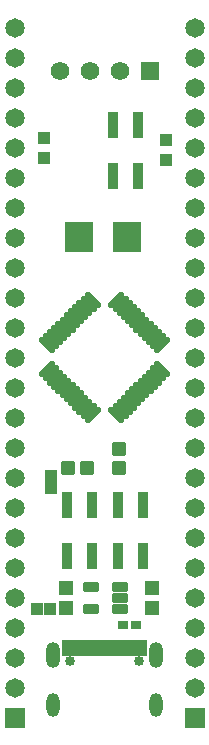
<source format=gbr>
%TF.GenerationSoftware,Altium Limited,Altium Designer,22.10.1 (41)*%
G04 Layer_Color=8388736*
%FSLAX45Y45*%
%MOMM*%
%TF.SameCoordinates,F1D13F34-3715-448E-B12D-83C564530F5A*%
%TF.FilePolarity,Negative*%
%TF.FileFunction,Soldermask,Top*%
%TF.Part,Single*%
G01*
G75*
%TA.AperFunction,SMDPad,CuDef*%
%ADD39R,1.20320X1.30320*%
%ADD41R,1.00320X1.00320*%
G04:AMPARAMS|DCode=42|XSize=1.1432mm|YSize=1.2232mm|CornerRadius=0.1956mm|HoleSize=0mm|Usage=FLASHONLY|Rotation=0.000|XOffset=0mm|YOffset=0mm|HoleType=Round|Shape=RoundedRectangle|*
%AMROUNDEDRECTD42*
21,1,1.14320,0.83200,0,0,0.0*
21,1,0.75200,1.22320,0,0,0.0*
1,1,0.39120,0.37600,-0.41600*
1,1,0.39120,-0.37600,-0.41600*
1,1,0.39120,-0.37600,0.41600*
1,1,0.39120,0.37600,0.41600*
%
%ADD42ROUNDEDRECTD42*%
G04:AMPARAMS|DCode=47|XSize=1.1432mm|YSize=1.2232mm|CornerRadius=0.1956mm|HoleSize=0mm|Usage=FLASHONLY|Rotation=90.000|XOffset=0mm|YOffset=0mm|HoleType=Round|Shape=RoundedRectangle|*
%AMROUNDEDRECTD47*
21,1,1.14320,0.83200,0,0,90.0*
21,1,0.75200,1.22320,0,0,90.0*
1,1,0.39120,0.41600,0.37600*
1,1,0.39120,0.41600,-0.37600*
1,1,0.39120,-0.41600,-0.37600*
1,1,0.39120,-0.41600,0.37600*
%
%ADD47ROUNDEDRECTD47*%
%TA.AperFunction,ComponentPad*%
%ADD48R,1.65120X1.65120*%
%ADD49C,1.65120*%
%ADD50O,1.20320X2.20320*%
%ADD51O,1.10320X2.00320*%
%ADD52C,0.85320*%
%ADD53C,1.57320*%
%ADD54R,1.57320X1.57320*%
%TA.AperFunction,ViaPad*%
%ADD55C,0.65320*%
%TA.AperFunction,SMDPad,CuDef*%
%ADD56R,2.40320X2.60320*%
G04:AMPARAMS|DCode=57|XSize=0.8732mm|YSize=1.3732mm|CornerRadius=0.1418mm|HoleSize=0mm|Usage=FLASHONLY|Rotation=90.000|XOffset=0mm|YOffset=0mm|HoleType=Round|Shape=RoundedRectangle|*
%AMROUNDEDRECTD57*
21,1,0.87320,1.08960,0,0,90.0*
21,1,0.58960,1.37320,0,0,90.0*
1,1,0.28360,0.54480,0.29480*
1,1,0.28360,0.54480,-0.29480*
1,1,0.28360,-0.54480,-0.29480*
1,1,0.28360,-0.54480,0.29480*
%
%ADD57ROUNDEDRECTD57*%
%TA.AperFunction,ConnectorPad*%
%ADD58R,0.50320X1.34320*%
%TA.AperFunction,SMDPad,CuDef*%
%ADD59R,0.90320X0.70320*%
G04:AMPARAMS|DCode=60|XSize=1.6932mm|YSize=0.4832mm|CornerRadius=0.1366mm|HoleSize=0mm|Usage=FLASHONLY|Rotation=315.000|XOffset=0mm|YOffset=0mm|HoleType=Round|Shape=RoundedRectangle|*
%AMROUNDEDRECTD60*
21,1,1.69320,0.21000,0,0,315.0*
21,1,1.42000,0.48320,0,0,315.0*
1,1,0.27320,0.42780,-0.57629*
1,1,0.27320,-0.57629,0.42780*
1,1,0.27320,-0.42780,0.57629*
1,1,0.27320,0.57629,-0.42780*
%
%ADD60ROUNDEDRECTD60*%
G04:AMPARAMS|DCode=61|XSize=1.6932mm|YSize=0.4832mm|CornerRadius=0.1366mm|HoleSize=0mm|Usage=FLASHONLY|Rotation=45.000|XOffset=0mm|YOffset=0mm|HoleType=Round|Shape=RoundedRectangle|*
%AMROUNDEDRECTD61*
21,1,1.69320,0.21000,0,0,45.0*
21,1,1.42000,0.48320,0,0,45.0*
1,1,0.27320,0.57629,0.42780*
1,1,0.27320,-0.42780,-0.57629*
1,1,0.27320,-0.57629,-0.42780*
1,1,0.27320,0.42780,0.57629*
%
%ADD61ROUNDEDRECTD61*%
%ADD62R,0.85320X2.20320*%
D39*
X4417700Y2490700D02*
D03*
Y2320700D02*
D03*
X3685200Y2490700D02*
D03*
Y2320700D02*
D03*
D41*
X3547500Y2315000D02*
D03*
X3557500Y3437500D02*
D03*
X3442500Y2315000D02*
D03*
X3504425Y6132249D02*
D03*
Y6297249D02*
D03*
X4536923Y6117250D02*
D03*
Y6282250D02*
D03*
X3557500Y3335000D02*
D03*
D42*
X3706002Y3510002D02*
D03*
X3864002D02*
D03*
D47*
X4135998D02*
D03*
Y3668002D02*
D03*
D48*
X4777000Y1395000D02*
D03*
X3253000Y1395000D02*
D03*
D49*
X4777000Y1649000D02*
D03*
Y1903000D02*
D03*
Y2157000D02*
D03*
Y2411000D02*
D03*
Y2665000D02*
D03*
Y2919000D02*
D03*
Y3173000D02*
D03*
Y3427000D02*
D03*
Y3681000D02*
D03*
Y3935000D02*
D03*
Y4189000D02*
D03*
Y4443000D02*
D03*
Y4697000D02*
D03*
Y4951000D02*
D03*
Y5205000D02*
D03*
Y5459000D02*
D03*
Y5713000D02*
D03*
Y5967000D02*
D03*
Y6221000D02*
D03*
Y6475000D02*
D03*
Y6729000D02*
D03*
Y6983000D02*
D03*
Y7237000D02*
D03*
X3253000Y1649000D02*
D03*
Y1903000D02*
D03*
Y2157000D02*
D03*
Y2411000D02*
D03*
Y2665000D02*
D03*
Y2919000D02*
D03*
Y3173000D02*
D03*
Y3427000D02*
D03*
Y3681000D02*
D03*
Y3935000D02*
D03*
Y4189000D02*
D03*
Y4443000D02*
D03*
Y4697000D02*
D03*
Y4951000D02*
D03*
Y5205000D02*
D03*
Y5459000D02*
D03*
Y5713000D02*
D03*
Y5967000D02*
D03*
Y6221000D02*
D03*
Y6475000D02*
D03*
Y6729000D02*
D03*
Y6983000D02*
D03*
Y7237000D02*
D03*
D50*
X4447500Y1920000D02*
D03*
X3580700Y1921600D02*
D03*
D51*
X4445700Y1503600D02*
D03*
X3580700D02*
D03*
D52*
X4302200Y1873600D02*
D03*
X3724200D02*
D03*
D53*
X3634501Y6872500D02*
D03*
X3888501D02*
D03*
X4142501D02*
D03*
D54*
X4396501D02*
D03*
D55*
X4535000Y6292500D02*
D03*
X4135998Y3510002D02*
D03*
X3504425Y6297248D02*
D03*
X3894300Y2502300D02*
D03*
D56*
X4199698Y5467099D02*
D03*
X3799698D02*
D03*
D57*
X4146500Y2312000D02*
D03*
Y2406000D02*
D03*
Y2500000D02*
D03*
X3902500D02*
D03*
Y2312000D02*
D03*
D58*
X3938200Y1980600D02*
D03*
X3888200D02*
D03*
X3988200D02*
D03*
X4348200D02*
D03*
X4318200D02*
D03*
X4268200D02*
D03*
X4238200D02*
D03*
X4188200D02*
D03*
X4138200D02*
D03*
X4088200D02*
D03*
X4038200D02*
D03*
X3678200D02*
D03*
X3708200D02*
D03*
X3758200D02*
D03*
X3788200D02*
D03*
X3838200D02*
D03*
D59*
X4280900Y2176200D02*
D03*
X4170900D02*
D03*
D60*
X3700981Y4721433D02*
D03*
X3559560Y4580012D02*
D03*
X3594915Y4615367D02*
D03*
X3630271Y4650722D02*
D03*
X3665626Y4686078D02*
D03*
X3736337Y4756789D02*
D03*
X3771692Y4792144D02*
D03*
X3807048Y4827499D02*
D03*
X3842403Y4862854D02*
D03*
X3877758Y4898210D02*
D03*
X3913113Y4933565D02*
D03*
X3524205Y4544656D02*
D03*
X4113932Y3954930D02*
D03*
X4149287Y3990285D02*
D03*
X4184642Y4025640D02*
D03*
X4219998Y4060995D02*
D03*
X4255353Y4096351D02*
D03*
X4290708Y4131706D02*
D03*
X4326064Y4167062D02*
D03*
X4361419Y4202417D02*
D03*
X4396774Y4237772D02*
D03*
X4432130Y4273128D02*
D03*
X4467485Y4308483D02*
D03*
X4502840Y4343838D02*
D03*
D61*
X3524205D02*
D03*
X4113932Y4933565D02*
D03*
X3559560Y4308483D02*
D03*
X4149287Y4898210D02*
D03*
X3594915Y4273128D02*
D03*
X3630271Y4237772D02*
D03*
X3665626Y4202417D02*
D03*
X3700981Y4167062D02*
D03*
X3736337Y4131706D02*
D03*
X3913113Y3954930D02*
D03*
X3877758Y3990285D02*
D03*
X3842403Y4025640D02*
D03*
X3807048Y4060995D02*
D03*
X3771692Y4096351D02*
D03*
X4184642Y4862854D02*
D03*
X4219998Y4827499D02*
D03*
X4255353Y4792144D02*
D03*
X4290708Y4756789D02*
D03*
X4326064Y4721433D02*
D03*
X4396774Y4650722D02*
D03*
X4432130Y4615367D02*
D03*
X4467485Y4580012D02*
D03*
X4502840Y4544656D02*
D03*
X4361419Y4686078D02*
D03*
D62*
X4084600Y5979700D02*
D03*
X4299600D02*
D03*
X4300000Y6412501D02*
D03*
X4085000D02*
D03*
X4124599Y2759701D02*
D03*
X4339599D02*
D03*
X4339999Y3192501D02*
D03*
X4124999D02*
D03*
X3694602Y2759701D02*
D03*
X3909602D02*
D03*
X3910002Y3192501D02*
D03*
X3695002D02*
D03*
%TF.MD5,68ea93a234c3c301e58876ea96ebfab4*%
M02*

</source>
